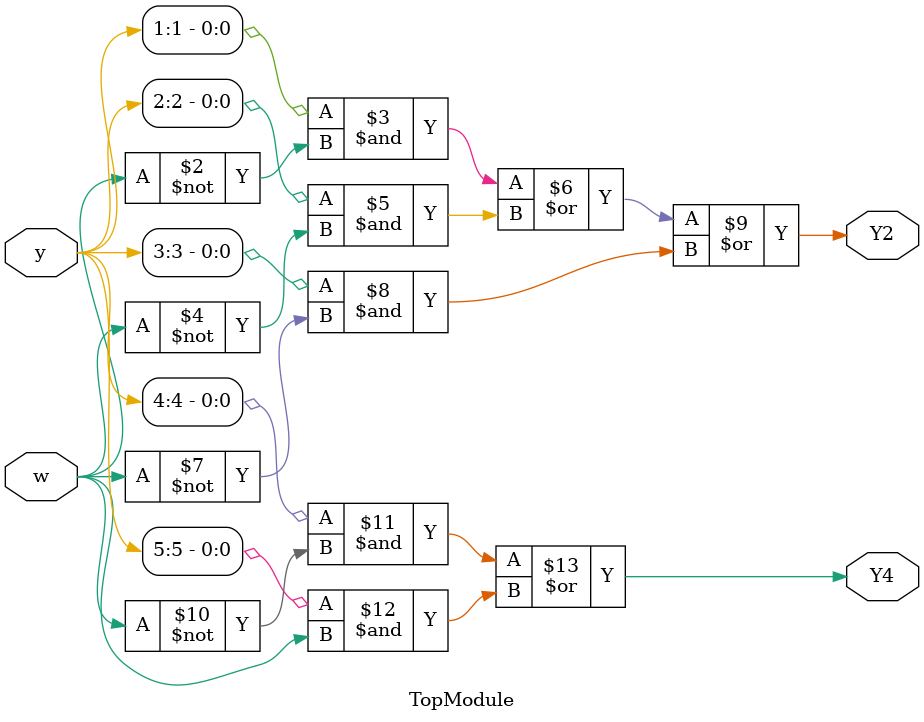
<source format=sv>

module TopModule (
  input [6:1] y,
  input w,
  output reg Y2,
  output reg Y4
);

always @(*) begin
    // Logic for Y2
    Y2 = (y[1] & ~w) | (y[2] & ~w) | (y[3] & ~w);
    
    // Logic for Y4
    Y4 = (y[4] & ~w) | (y[5] & w);
end

endmodule

// VERILOG-EVAL: errant inclusion of module definition

</source>
